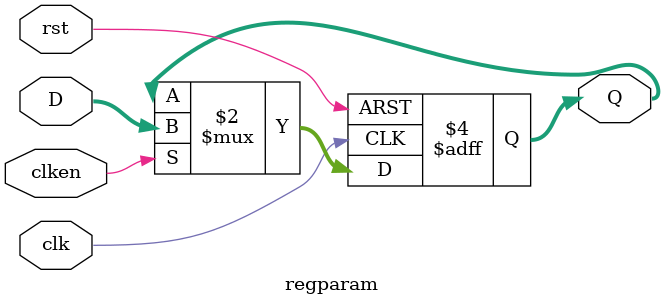
<source format=v>
`timescale 1ns / 1ps
module regparam 
	# (parameter SIZE = 16)
	(output reg [SIZE-1:0] Q,
    input [SIZE-1:0] D,
    input clk,
    input rst,
    input clken
    );
	 
	 always @(posedge clk, posedge rst)
	 begin
		if(rst)
			Q <= 0;
		else if(clken)
			Q <= D;
	 end

endmodule

</source>
